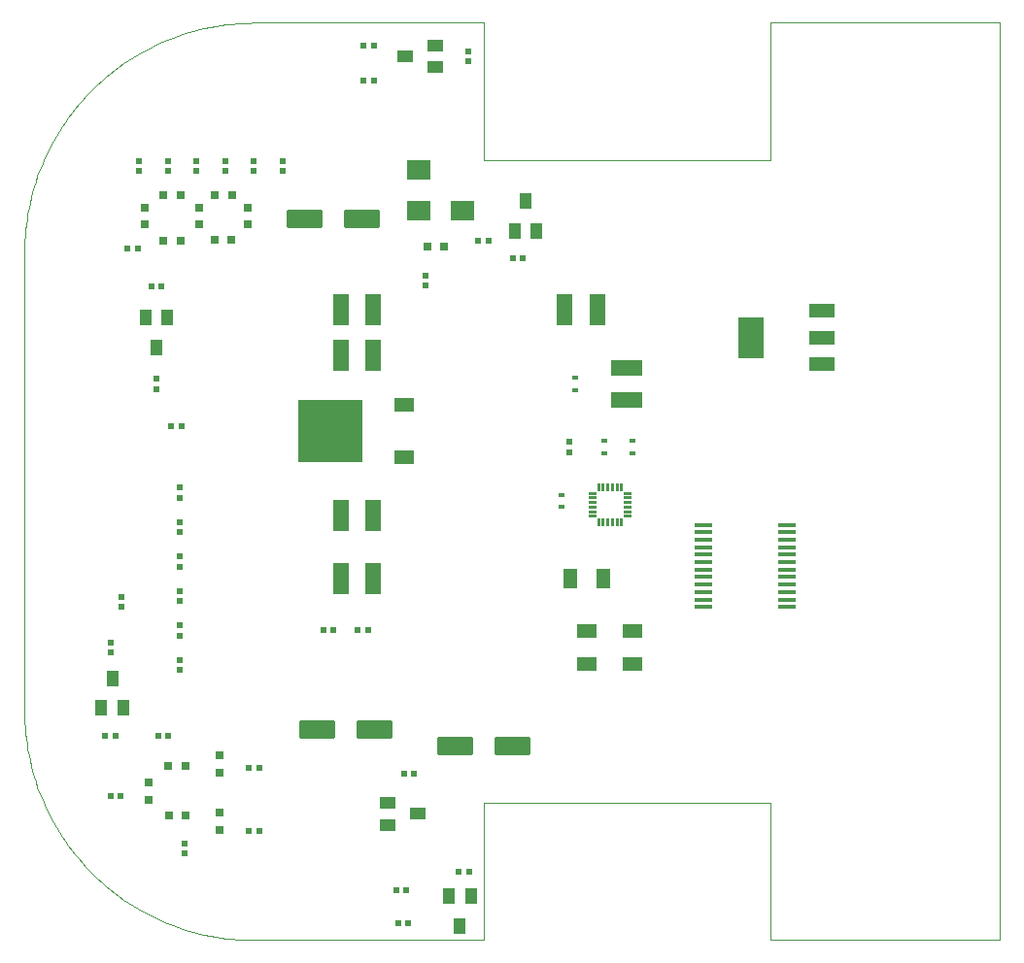
<source format=gtp>
G75*
%MOIN*%
%OFA0B0*%
%FSLAX25Y25*%
%IPPOS*%
%LPD*%
%AMOC8*
5,1,8,0,0,1.08239X$1,22.5*
%
%ADD10C,0.00000*%
%ADD11R,0.22441X0.21654*%
%ADD12R,0.06693X0.05118*%
%ADD13R,0.05394X0.10709*%
%ADD14C,0.01555*%
%ADD15R,0.08268X0.06693*%
%ADD16R,0.03150X0.03150*%
%ADD17R,0.02008X0.02362*%
%ADD18R,0.02362X0.02008*%
%ADD19R,0.05906X0.01575*%
%ADD20R,0.08800X0.04800*%
%ADD21R,0.08661X0.14173*%
%ADD22R,0.10709X0.05394*%
%ADD23R,0.02362X0.01378*%
%ADD24R,0.05512X0.03937*%
%ADD25R,0.03937X0.05512*%
%ADD26R,0.07165X0.04724*%
%ADD27R,0.04724X0.07165*%
%ADD28C,0.00217*%
D10*
X0105631Y0113505D02*
X0105631Y0270985D01*
X0105654Y0272888D01*
X0105723Y0274789D01*
X0105838Y0276689D01*
X0105999Y0278585D01*
X0106205Y0280476D01*
X0106457Y0282362D01*
X0106755Y0284241D01*
X0107098Y0286113D01*
X0107486Y0287976D01*
X0107919Y0289829D01*
X0108397Y0291671D01*
X0108919Y0293500D01*
X0109485Y0295317D01*
X0110095Y0297119D01*
X0110748Y0298907D01*
X0111444Y0300677D01*
X0112183Y0302431D01*
X0112964Y0304166D01*
X0113786Y0305882D01*
X0114650Y0307577D01*
X0115555Y0309251D01*
X0116500Y0310903D01*
X0117484Y0312531D01*
X0118507Y0314136D01*
X0119569Y0315714D01*
X0120669Y0317267D01*
X0121806Y0318793D01*
X0122979Y0320291D01*
X0124189Y0321760D01*
X0125433Y0323199D01*
X0126712Y0324608D01*
X0128025Y0325986D01*
X0129370Y0327331D01*
X0130748Y0328644D01*
X0132157Y0329923D01*
X0133596Y0331167D01*
X0135065Y0332377D01*
X0136563Y0333550D01*
X0138089Y0334687D01*
X0139642Y0335787D01*
X0141220Y0336849D01*
X0142825Y0337872D01*
X0144453Y0338856D01*
X0146105Y0339801D01*
X0147779Y0340706D01*
X0149474Y0341570D01*
X0151190Y0342392D01*
X0152925Y0343173D01*
X0154679Y0343912D01*
X0156449Y0344608D01*
X0158237Y0345261D01*
X0160039Y0345871D01*
X0161856Y0346437D01*
X0163685Y0346959D01*
X0165527Y0347437D01*
X0167380Y0347870D01*
X0169243Y0348258D01*
X0171115Y0348601D01*
X0172994Y0348899D01*
X0174880Y0349151D01*
X0176771Y0349357D01*
X0178667Y0349518D01*
X0180567Y0349633D01*
X0182468Y0349702D01*
X0184371Y0349725D01*
X0263111Y0349725D01*
X0263111Y0302481D01*
X0361536Y0302481D01*
X0361536Y0349725D01*
X0440276Y0349725D01*
X0440276Y0034765D01*
X0361536Y0034765D01*
X0361536Y0082009D01*
X0263111Y0082009D01*
X0263111Y0034765D01*
X0184371Y0034765D01*
X0182468Y0034788D01*
X0180567Y0034857D01*
X0178667Y0034972D01*
X0176771Y0035133D01*
X0174880Y0035339D01*
X0172994Y0035591D01*
X0171115Y0035889D01*
X0169243Y0036232D01*
X0167380Y0036620D01*
X0165527Y0037053D01*
X0163685Y0037531D01*
X0161856Y0038053D01*
X0160039Y0038619D01*
X0158237Y0039229D01*
X0156449Y0039882D01*
X0154679Y0040578D01*
X0152925Y0041317D01*
X0151190Y0042098D01*
X0149474Y0042920D01*
X0147779Y0043784D01*
X0146105Y0044689D01*
X0144453Y0045634D01*
X0142825Y0046618D01*
X0141220Y0047641D01*
X0139642Y0048703D01*
X0138089Y0049803D01*
X0136563Y0050940D01*
X0135065Y0052113D01*
X0133596Y0053323D01*
X0132157Y0054567D01*
X0130748Y0055846D01*
X0129370Y0057159D01*
X0128025Y0058504D01*
X0126712Y0059882D01*
X0125433Y0061291D01*
X0124189Y0062730D01*
X0122979Y0064199D01*
X0121806Y0065697D01*
X0120669Y0067223D01*
X0119569Y0068776D01*
X0118507Y0070354D01*
X0117484Y0071959D01*
X0116500Y0073587D01*
X0115555Y0075239D01*
X0114650Y0076913D01*
X0113786Y0078608D01*
X0112964Y0080324D01*
X0112183Y0082059D01*
X0111444Y0083813D01*
X0110748Y0085583D01*
X0110095Y0087371D01*
X0109485Y0089173D01*
X0108919Y0090990D01*
X0108397Y0092819D01*
X0107919Y0094661D01*
X0107486Y0096514D01*
X0107098Y0098377D01*
X0106755Y0100249D01*
X0106457Y0102128D01*
X0106205Y0104014D01*
X0105999Y0105905D01*
X0105838Y0107801D01*
X0105723Y0109701D01*
X0105654Y0111602D01*
X0105631Y0113505D01*
D11*
X0210670Y0209568D03*
D12*
X0236024Y0218564D03*
X0236024Y0200572D03*
D13*
X0225398Y0180434D03*
X0214209Y0180434D03*
X0214209Y0158780D03*
X0225398Y0158780D03*
X0225398Y0235552D03*
X0214209Y0235552D03*
X0214209Y0251300D03*
X0225398Y0251300D03*
X0290981Y0251300D03*
X0302170Y0251300D03*
D14*
X0226527Y0284735D02*
X0215837Y0284735D01*
X0226527Y0284735D02*
X0226527Y0280069D01*
X0215837Y0280069D01*
X0215837Y0284735D01*
X0215837Y0281546D02*
X0226527Y0281546D01*
X0226527Y0283023D02*
X0215837Y0283023D01*
X0215837Y0284500D02*
X0226527Y0284500D01*
X0206842Y0284735D02*
X0196152Y0284735D01*
X0206842Y0284735D02*
X0206842Y0280069D01*
X0196152Y0280069D01*
X0196152Y0284735D01*
X0196152Y0281546D02*
X0206842Y0281546D01*
X0206842Y0283023D02*
X0196152Y0283023D01*
X0196152Y0284500D02*
X0206842Y0284500D01*
X0211212Y0109539D02*
X0200522Y0109539D01*
X0211212Y0109539D02*
X0211212Y0104873D01*
X0200522Y0104873D01*
X0200522Y0109539D01*
X0200522Y0106350D02*
X0211212Y0106350D01*
X0211212Y0107827D02*
X0200522Y0107827D01*
X0200522Y0109304D02*
X0211212Y0109304D01*
X0220207Y0109539D02*
X0230897Y0109539D01*
X0230897Y0104873D01*
X0220207Y0104873D01*
X0220207Y0109539D01*
X0220207Y0106350D02*
X0230897Y0106350D01*
X0230897Y0107827D02*
X0220207Y0107827D01*
X0220207Y0109304D02*
X0230897Y0109304D01*
X0247924Y0099361D02*
X0258614Y0099361D01*
X0247924Y0099361D02*
X0247924Y0104027D01*
X0258614Y0104027D01*
X0258614Y0099361D01*
X0258614Y0100838D02*
X0247924Y0100838D01*
X0247924Y0102315D02*
X0258614Y0102315D01*
X0258614Y0103792D02*
X0247924Y0103792D01*
X0267609Y0099361D02*
X0278299Y0099361D01*
X0267609Y0099361D02*
X0267609Y0104027D01*
X0278299Y0104027D01*
X0278299Y0099361D01*
X0278299Y0100838D02*
X0267609Y0100838D01*
X0267609Y0102315D02*
X0278299Y0102315D01*
X0278299Y0103792D02*
X0267609Y0103792D01*
D15*
X0255985Y0285276D03*
X0241024Y0285276D03*
X0241024Y0299056D03*
D16*
X0243820Y0272954D03*
X0249725Y0272954D03*
X0182402Y0280434D03*
X0182402Y0286339D03*
X0176891Y0290670D03*
X0170985Y0290670D03*
X0165473Y0286339D03*
X0165473Y0280434D03*
X0170828Y0275080D03*
X0176733Y0275080D03*
X0159174Y0274922D03*
X0153269Y0274922D03*
X0146969Y0280434D03*
X0146969Y0286339D03*
X0153269Y0290670D03*
X0159174Y0290670D03*
X0172560Y0098150D03*
X0172560Y0092245D03*
X0160946Y0094489D03*
X0155040Y0094489D03*
X0148269Y0088859D03*
X0148269Y0082954D03*
X0155119Y0077402D03*
X0161024Y0077402D03*
X0172560Y0078465D03*
X0172560Y0072560D03*
D17*
X0182619Y0072166D03*
X0186123Y0072166D03*
X0186123Y0093820D03*
X0182619Y0093820D03*
X0154981Y0104961D03*
X0151477Y0104961D03*
X0136871Y0104961D03*
X0133367Y0104961D03*
X0135257Y0084056D03*
X0138761Y0084056D03*
X0208209Y0141064D03*
X0211713Y0141064D03*
X0220020Y0141064D03*
X0223524Y0141064D03*
X0235769Y0091851D03*
X0239272Y0091851D03*
X0254627Y0058269D03*
X0258131Y0058269D03*
X0236635Y0051812D03*
X0233131Y0051812D03*
X0233800Y0040670D03*
X0237304Y0040670D03*
X0159548Y0211261D03*
X0156044Y0211261D03*
X0152658Y0259174D03*
X0149154Y0259174D03*
X0144509Y0272284D03*
X0141005Y0272284D03*
X0221989Y0330040D03*
X0225493Y0330040D03*
X0225493Y0341851D03*
X0221989Y0341851D03*
X0261359Y0274922D03*
X0264863Y0274922D03*
X0273170Y0269017D03*
X0276674Y0269017D03*
D18*
X0243426Y0262894D03*
X0243426Y0259391D03*
X0194213Y0298761D03*
X0194213Y0302265D03*
X0184371Y0302265D03*
X0184371Y0298761D03*
X0174528Y0298761D03*
X0174528Y0302265D03*
X0164686Y0302265D03*
X0164686Y0298761D03*
X0154843Y0298761D03*
X0154843Y0302265D03*
X0145001Y0302265D03*
X0145001Y0298761D03*
X0150906Y0227461D03*
X0150906Y0223957D03*
X0158780Y0190060D03*
X0158780Y0186556D03*
X0158780Y0178249D03*
X0158780Y0174745D03*
X0158780Y0166438D03*
X0158780Y0162934D03*
X0158780Y0154627D03*
X0158780Y0151123D03*
X0158780Y0142816D03*
X0158780Y0139312D03*
X0158780Y0131005D03*
X0158780Y0127501D03*
X0135158Y0133406D03*
X0135158Y0136910D03*
X0139095Y0149154D03*
X0139095Y0152658D03*
X0160670Y0068052D03*
X0160670Y0064548D03*
X0292639Y0202304D03*
X0292639Y0205808D03*
X0257875Y0336438D03*
X0257875Y0339942D03*
D19*
X0338603Y0177304D03*
X0338603Y0174745D03*
X0338603Y0172186D03*
X0338603Y0169627D03*
X0338603Y0167068D03*
X0338603Y0164509D03*
X0338603Y0161950D03*
X0338603Y0159391D03*
X0338603Y0156831D03*
X0338603Y0154272D03*
X0338603Y0151713D03*
X0338603Y0149154D03*
X0367146Y0149154D03*
X0367146Y0151713D03*
X0367146Y0154272D03*
X0367146Y0156831D03*
X0367146Y0159391D03*
X0367146Y0161950D03*
X0367146Y0164509D03*
X0367146Y0167068D03*
X0367146Y0169627D03*
X0367146Y0172186D03*
X0367146Y0174745D03*
X0367146Y0177304D03*
D20*
X0379209Y0232554D03*
X0379209Y0241654D03*
X0379209Y0250754D03*
D21*
X0354808Y0241654D03*
D22*
X0312324Y0231304D03*
X0312324Y0220115D03*
D23*
X0314292Y0206123D03*
X0314292Y0201989D03*
X0304450Y0201989D03*
X0304450Y0206123D03*
X0294607Y0223643D03*
X0294607Y0227776D03*
X0289804Y0187580D03*
X0289804Y0183446D03*
D24*
X0230410Y0081812D03*
X0230410Y0074331D03*
X0240694Y0078072D03*
X0246442Y0334450D03*
X0246442Y0341930D03*
X0236158Y0338190D03*
D25*
X0277520Y0288568D03*
X0273780Y0278284D03*
X0281261Y0278284D03*
X0154646Y0248568D03*
X0147166Y0248568D03*
X0150906Y0238284D03*
X0135788Y0124709D03*
X0132048Y0114426D03*
X0139528Y0114426D03*
X0251300Y0049906D03*
X0258780Y0049906D03*
X0255040Y0039623D03*
D26*
X0298544Y0129410D03*
X0298544Y0140906D03*
X0314292Y0140906D03*
X0314292Y0129410D03*
D27*
X0304292Y0158780D03*
X0292796Y0158780D03*
D28*
X0302806Y0177136D02*
X0302806Y0179440D01*
X0302806Y0177136D02*
X0302156Y0177136D01*
X0302156Y0179440D01*
X0302806Y0179440D01*
X0302806Y0177342D02*
X0302156Y0177342D01*
X0302156Y0177548D02*
X0302806Y0177548D01*
X0302806Y0177754D02*
X0302156Y0177754D01*
X0302156Y0177960D02*
X0302806Y0177960D01*
X0302806Y0178166D02*
X0302156Y0178166D01*
X0302156Y0178372D02*
X0302806Y0178372D01*
X0302806Y0178578D02*
X0302156Y0178578D01*
X0302156Y0178784D02*
X0302806Y0178784D01*
X0302806Y0178990D02*
X0302156Y0178990D01*
X0302156Y0179196D02*
X0302806Y0179196D01*
X0302806Y0179402D02*
X0302156Y0179402D01*
X0301487Y0180109D02*
X0299183Y0180109D01*
X0299183Y0180759D01*
X0301487Y0180759D01*
X0301487Y0180109D01*
X0301487Y0180315D02*
X0299183Y0180315D01*
X0299183Y0180521D02*
X0301487Y0180521D01*
X0301487Y0180727D02*
X0299183Y0180727D01*
X0299183Y0181684D02*
X0301487Y0181684D01*
X0299183Y0181684D02*
X0299183Y0182334D01*
X0301487Y0182334D01*
X0301487Y0181684D01*
X0301487Y0181890D02*
X0299183Y0181890D01*
X0299183Y0182096D02*
X0301487Y0182096D01*
X0301487Y0182302D02*
X0299183Y0182302D01*
X0299183Y0183258D02*
X0301487Y0183258D01*
X0299183Y0183258D02*
X0299183Y0183908D01*
X0301487Y0183908D01*
X0301487Y0183258D01*
X0301487Y0183464D02*
X0299183Y0183464D01*
X0299183Y0183670D02*
X0301487Y0183670D01*
X0301487Y0183876D02*
X0299183Y0183876D01*
X0299183Y0184833D02*
X0301487Y0184833D01*
X0299183Y0184833D02*
X0299183Y0185483D01*
X0301487Y0185483D01*
X0301487Y0184833D01*
X0301487Y0185039D02*
X0299183Y0185039D01*
X0299183Y0185245D02*
X0301487Y0185245D01*
X0301487Y0185451D02*
X0299183Y0185451D01*
X0299183Y0186408D02*
X0301487Y0186408D01*
X0299183Y0186408D02*
X0299183Y0187058D01*
X0301487Y0187058D01*
X0301487Y0186408D01*
X0301487Y0186614D02*
X0299183Y0186614D01*
X0299183Y0186820D02*
X0301487Y0186820D01*
X0301487Y0187026D02*
X0299183Y0187026D01*
X0299183Y0187983D02*
X0301487Y0187983D01*
X0299183Y0187983D02*
X0299183Y0188633D01*
X0301487Y0188633D01*
X0301487Y0187983D01*
X0301487Y0188189D02*
X0299183Y0188189D01*
X0299183Y0188395D02*
X0301487Y0188395D01*
X0301487Y0188601D02*
X0299183Y0188601D01*
X0302156Y0189302D02*
X0302156Y0191606D01*
X0302806Y0191606D01*
X0302806Y0189302D01*
X0302156Y0189302D01*
X0302156Y0189508D02*
X0302806Y0189508D01*
X0302806Y0189714D02*
X0302156Y0189714D01*
X0302156Y0189920D02*
X0302806Y0189920D01*
X0302806Y0190126D02*
X0302156Y0190126D01*
X0302156Y0190332D02*
X0302806Y0190332D01*
X0302806Y0190538D02*
X0302156Y0190538D01*
X0302156Y0190744D02*
X0302806Y0190744D01*
X0302806Y0190950D02*
X0302156Y0190950D01*
X0302156Y0191156D02*
X0302806Y0191156D01*
X0302806Y0191362D02*
X0302156Y0191362D01*
X0302156Y0191568D02*
X0302806Y0191568D01*
X0303731Y0191606D02*
X0303731Y0189302D01*
X0303731Y0191606D02*
X0304381Y0191606D01*
X0304381Y0189302D01*
X0303731Y0189302D01*
X0303731Y0189508D02*
X0304381Y0189508D01*
X0304381Y0189714D02*
X0303731Y0189714D01*
X0303731Y0189920D02*
X0304381Y0189920D01*
X0304381Y0190126D02*
X0303731Y0190126D01*
X0303731Y0190332D02*
X0304381Y0190332D01*
X0304381Y0190538D02*
X0303731Y0190538D01*
X0303731Y0190744D02*
X0304381Y0190744D01*
X0304381Y0190950D02*
X0303731Y0190950D01*
X0303731Y0191156D02*
X0304381Y0191156D01*
X0304381Y0191362D02*
X0303731Y0191362D01*
X0303731Y0191568D02*
X0304381Y0191568D01*
X0305306Y0191606D02*
X0305306Y0189302D01*
X0305306Y0191606D02*
X0305956Y0191606D01*
X0305956Y0189302D01*
X0305306Y0189302D01*
X0305306Y0189508D02*
X0305956Y0189508D01*
X0305956Y0189714D02*
X0305306Y0189714D01*
X0305306Y0189920D02*
X0305956Y0189920D01*
X0305956Y0190126D02*
X0305306Y0190126D01*
X0305306Y0190332D02*
X0305956Y0190332D01*
X0305956Y0190538D02*
X0305306Y0190538D01*
X0305306Y0190744D02*
X0305956Y0190744D01*
X0305956Y0190950D02*
X0305306Y0190950D01*
X0305306Y0191156D02*
X0305956Y0191156D01*
X0305956Y0191362D02*
X0305306Y0191362D01*
X0305306Y0191568D02*
X0305956Y0191568D01*
X0306881Y0191606D02*
X0306881Y0189302D01*
X0306881Y0191606D02*
X0307531Y0191606D01*
X0307531Y0189302D01*
X0306881Y0189302D01*
X0306881Y0189508D02*
X0307531Y0189508D01*
X0307531Y0189714D02*
X0306881Y0189714D01*
X0306881Y0189920D02*
X0307531Y0189920D01*
X0307531Y0190126D02*
X0306881Y0190126D01*
X0306881Y0190332D02*
X0307531Y0190332D01*
X0307531Y0190538D02*
X0306881Y0190538D01*
X0306881Y0190744D02*
X0307531Y0190744D01*
X0307531Y0190950D02*
X0306881Y0190950D01*
X0306881Y0191156D02*
X0307531Y0191156D01*
X0307531Y0191362D02*
X0306881Y0191362D01*
X0306881Y0191568D02*
X0307531Y0191568D01*
X0308455Y0191606D02*
X0308455Y0189302D01*
X0308455Y0191606D02*
X0309105Y0191606D01*
X0309105Y0189302D01*
X0308455Y0189302D01*
X0308455Y0189508D02*
X0309105Y0189508D01*
X0309105Y0189714D02*
X0308455Y0189714D01*
X0308455Y0189920D02*
X0309105Y0189920D01*
X0309105Y0190126D02*
X0308455Y0190126D01*
X0308455Y0190332D02*
X0309105Y0190332D01*
X0309105Y0190538D02*
X0308455Y0190538D01*
X0308455Y0190744D02*
X0309105Y0190744D01*
X0309105Y0190950D02*
X0308455Y0190950D01*
X0308455Y0191156D02*
X0309105Y0191156D01*
X0309105Y0191362D02*
X0308455Y0191362D01*
X0308455Y0191568D02*
X0309105Y0191568D01*
X0310030Y0191606D02*
X0310030Y0189302D01*
X0310030Y0191606D02*
X0310680Y0191606D01*
X0310680Y0189302D01*
X0310030Y0189302D01*
X0310030Y0189508D02*
X0310680Y0189508D01*
X0310680Y0189714D02*
X0310030Y0189714D01*
X0310030Y0189920D02*
X0310680Y0189920D01*
X0310680Y0190126D02*
X0310030Y0190126D01*
X0310030Y0190332D02*
X0310680Y0190332D01*
X0310680Y0190538D02*
X0310030Y0190538D01*
X0310030Y0190744D02*
X0310680Y0190744D01*
X0310680Y0190950D02*
X0310030Y0190950D01*
X0310030Y0191156D02*
X0310680Y0191156D01*
X0310680Y0191362D02*
X0310030Y0191362D01*
X0310030Y0191568D02*
X0310680Y0191568D01*
X0311349Y0188633D02*
X0313653Y0188633D01*
X0313653Y0187983D01*
X0311349Y0187983D01*
X0311349Y0188633D01*
X0311349Y0188189D02*
X0313653Y0188189D01*
X0313653Y0188395D02*
X0311349Y0188395D01*
X0311349Y0188601D02*
X0313653Y0188601D01*
X0313653Y0187058D02*
X0311349Y0187058D01*
X0313653Y0187058D02*
X0313653Y0186408D01*
X0311349Y0186408D01*
X0311349Y0187058D01*
X0311349Y0186614D02*
X0313653Y0186614D01*
X0313653Y0186820D02*
X0311349Y0186820D01*
X0311349Y0187026D02*
X0313653Y0187026D01*
X0313653Y0185483D02*
X0311349Y0185483D01*
X0313653Y0185483D02*
X0313653Y0184833D01*
X0311349Y0184833D01*
X0311349Y0185483D01*
X0311349Y0185039D02*
X0313653Y0185039D01*
X0313653Y0185245D02*
X0311349Y0185245D01*
X0311349Y0185451D02*
X0313653Y0185451D01*
X0313653Y0183908D02*
X0311349Y0183908D01*
X0313653Y0183908D02*
X0313653Y0183258D01*
X0311349Y0183258D01*
X0311349Y0183908D01*
X0311349Y0183464D02*
X0313653Y0183464D01*
X0313653Y0183670D02*
X0311349Y0183670D01*
X0311349Y0183876D02*
X0313653Y0183876D01*
X0313653Y0182334D02*
X0311349Y0182334D01*
X0313653Y0182334D02*
X0313653Y0181684D01*
X0311349Y0181684D01*
X0311349Y0182334D01*
X0311349Y0181890D02*
X0313653Y0181890D01*
X0313653Y0182096D02*
X0311349Y0182096D01*
X0311349Y0182302D02*
X0313653Y0182302D01*
X0313653Y0180759D02*
X0311349Y0180759D01*
X0313653Y0180759D02*
X0313653Y0180109D01*
X0311349Y0180109D01*
X0311349Y0180759D01*
X0311349Y0180315D02*
X0313653Y0180315D01*
X0313653Y0180521D02*
X0311349Y0180521D01*
X0311349Y0180727D02*
X0313653Y0180727D01*
X0310680Y0179440D02*
X0310680Y0177136D01*
X0310030Y0177136D01*
X0310030Y0179440D01*
X0310680Y0179440D01*
X0310680Y0177342D02*
X0310030Y0177342D01*
X0310030Y0177548D02*
X0310680Y0177548D01*
X0310680Y0177754D02*
X0310030Y0177754D01*
X0310030Y0177960D02*
X0310680Y0177960D01*
X0310680Y0178166D02*
X0310030Y0178166D01*
X0310030Y0178372D02*
X0310680Y0178372D01*
X0310680Y0178578D02*
X0310030Y0178578D01*
X0310030Y0178784D02*
X0310680Y0178784D01*
X0310680Y0178990D02*
X0310030Y0178990D01*
X0310030Y0179196D02*
X0310680Y0179196D01*
X0310680Y0179402D02*
X0310030Y0179402D01*
X0309105Y0179440D02*
X0309105Y0177136D01*
X0308455Y0177136D01*
X0308455Y0179440D01*
X0309105Y0179440D01*
X0309105Y0177342D02*
X0308455Y0177342D01*
X0308455Y0177548D02*
X0309105Y0177548D01*
X0309105Y0177754D02*
X0308455Y0177754D01*
X0308455Y0177960D02*
X0309105Y0177960D01*
X0309105Y0178166D02*
X0308455Y0178166D01*
X0308455Y0178372D02*
X0309105Y0178372D01*
X0309105Y0178578D02*
X0308455Y0178578D01*
X0308455Y0178784D02*
X0309105Y0178784D01*
X0309105Y0178990D02*
X0308455Y0178990D01*
X0308455Y0179196D02*
X0309105Y0179196D01*
X0309105Y0179402D02*
X0308455Y0179402D01*
X0307531Y0179440D02*
X0307531Y0177136D01*
X0306881Y0177136D01*
X0306881Y0179440D01*
X0307531Y0179440D01*
X0307531Y0177342D02*
X0306881Y0177342D01*
X0306881Y0177548D02*
X0307531Y0177548D01*
X0307531Y0177754D02*
X0306881Y0177754D01*
X0306881Y0177960D02*
X0307531Y0177960D01*
X0307531Y0178166D02*
X0306881Y0178166D01*
X0306881Y0178372D02*
X0307531Y0178372D01*
X0307531Y0178578D02*
X0306881Y0178578D01*
X0306881Y0178784D02*
X0307531Y0178784D01*
X0307531Y0178990D02*
X0306881Y0178990D01*
X0306881Y0179196D02*
X0307531Y0179196D01*
X0307531Y0179402D02*
X0306881Y0179402D01*
X0305956Y0179440D02*
X0305956Y0177136D01*
X0305306Y0177136D01*
X0305306Y0179440D01*
X0305956Y0179440D01*
X0305956Y0177342D02*
X0305306Y0177342D01*
X0305306Y0177548D02*
X0305956Y0177548D01*
X0305956Y0177754D02*
X0305306Y0177754D01*
X0305306Y0177960D02*
X0305956Y0177960D01*
X0305956Y0178166D02*
X0305306Y0178166D01*
X0305306Y0178372D02*
X0305956Y0178372D01*
X0305956Y0178578D02*
X0305306Y0178578D01*
X0305306Y0178784D02*
X0305956Y0178784D01*
X0305956Y0178990D02*
X0305306Y0178990D01*
X0305306Y0179196D02*
X0305956Y0179196D01*
X0305956Y0179402D02*
X0305306Y0179402D01*
X0304381Y0179440D02*
X0304381Y0177136D01*
X0303731Y0177136D01*
X0303731Y0179440D01*
X0304381Y0179440D01*
X0304381Y0177342D02*
X0303731Y0177342D01*
X0303731Y0177548D02*
X0304381Y0177548D01*
X0304381Y0177754D02*
X0303731Y0177754D01*
X0303731Y0177960D02*
X0304381Y0177960D01*
X0304381Y0178166D02*
X0303731Y0178166D01*
X0303731Y0178372D02*
X0304381Y0178372D01*
X0304381Y0178578D02*
X0303731Y0178578D01*
X0303731Y0178784D02*
X0304381Y0178784D01*
X0304381Y0178990D02*
X0303731Y0178990D01*
X0303731Y0179196D02*
X0304381Y0179196D01*
X0304381Y0179402D02*
X0303731Y0179402D01*
M02*

</source>
